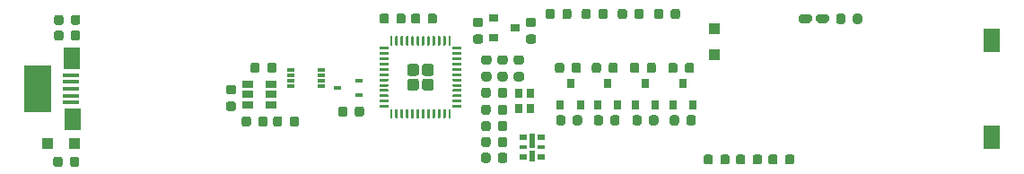
<source format=gtp>
G04 #@! TF.GenerationSoftware,KiCad,Pcbnew,(5.1.6-0-10_14)*
G04 #@! TF.CreationDate,2020-07-04T12:52:55-07:00*
G04 #@! TF.ProjectId,18650,31383635-302e-46b6-9963-61645f706362,rev?*
G04 #@! TF.SameCoordinates,Original*
G04 #@! TF.FileFunction,Paste,Top*
G04 #@! TF.FilePolarity,Positive*
%FSLAX46Y46*%
G04 Gerber Fmt 4.6, Leading zero omitted, Abs format (unit mm)*
G04 Created by KiCad (PCBNEW (5.1.6-0-10_14)) date 2020-07-04 12:52:55*
%MOMM*%
%LPD*%
G01*
G04 APERTURE LIST*
%ADD10R,0.500000X1.480000*%
%ADD11R,0.500000X1.000000*%
%ADD12R,0.800000X0.500000*%
%ADD13R,0.800000X0.300000*%
%ADD14R,0.750000X0.300000*%
%ADD15R,1.000000X1.000000*%
%ADD16R,0.800000X0.900000*%
%ADD17R,1.060000X0.650000*%
%ADD18R,0.700000X0.450000*%
%ADD19R,0.900000X0.800000*%
%ADD20R,2.500000X4.400000*%
%ADD21R,1.650000X0.400000*%
%ADD22R,1.500000X2.000000*%
%ADD23R,1.600000X2.180000*%
G04 APERTURE END LIST*
G36*
G01*
X98605000Y-101957500D02*
X98605000Y-102707500D01*
G75*
G02*
X98542500Y-102770000I-62500J0D01*
G01*
X98417500Y-102770000D01*
G75*
G02*
X98355000Y-102707500I0J62500D01*
G01*
X98355000Y-101957500D01*
G75*
G02*
X98417500Y-101895000I62500J0D01*
G01*
X98542500Y-101895000D01*
G75*
G02*
X98605000Y-101957500I0J-62500D01*
G01*
G37*
G36*
G01*
X98105000Y-101957500D02*
X98105000Y-102707500D01*
G75*
G02*
X98042500Y-102770000I-62500J0D01*
G01*
X97917500Y-102770000D01*
G75*
G02*
X97855000Y-102707500I0J62500D01*
G01*
X97855000Y-101957500D01*
G75*
G02*
X97917500Y-101895000I62500J0D01*
G01*
X98042500Y-101895000D01*
G75*
G02*
X98105000Y-101957500I0J-62500D01*
G01*
G37*
G36*
G01*
X97605000Y-101957500D02*
X97605000Y-102707500D01*
G75*
G02*
X97542500Y-102770000I-62500J0D01*
G01*
X97417500Y-102770000D01*
G75*
G02*
X97355000Y-102707500I0J62500D01*
G01*
X97355000Y-101957500D01*
G75*
G02*
X97417500Y-101895000I62500J0D01*
G01*
X97542500Y-101895000D01*
G75*
G02*
X97605000Y-101957500I0J-62500D01*
G01*
G37*
G36*
G01*
X97105000Y-101957500D02*
X97105000Y-102707500D01*
G75*
G02*
X97042500Y-102770000I-62500J0D01*
G01*
X96917500Y-102770000D01*
G75*
G02*
X96855000Y-102707500I0J62500D01*
G01*
X96855000Y-101957500D01*
G75*
G02*
X96917500Y-101895000I62500J0D01*
G01*
X97042500Y-101895000D01*
G75*
G02*
X97105000Y-101957500I0J-62500D01*
G01*
G37*
G36*
G01*
X96605000Y-101957500D02*
X96605000Y-102707500D01*
G75*
G02*
X96542500Y-102770000I-62500J0D01*
G01*
X96417500Y-102770000D01*
G75*
G02*
X96355000Y-102707500I0J62500D01*
G01*
X96355000Y-101957500D01*
G75*
G02*
X96417500Y-101895000I62500J0D01*
G01*
X96542500Y-101895000D01*
G75*
G02*
X96605000Y-101957500I0J-62500D01*
G01*
G37*
G36*
G01*
X96105000Y-101957500D02*
X96105000Y-102707500D01*
G75*
G02*
X96042500Y-102770000I-62500J0D01*
G01*
X95917500Y-102770000D01*
G75*
G02*
X95855000Y-102707500I0J62500D01*
G01*
X95855000Y-101957500D01*
G75*
G02*
X95917500Y-101895000I62500J0D01*
G01*
X96042500Y-101895000D01*
G75*
G02*
X96105000Y-101957500I0J-62500D01*
G01*
G37*
G36*
G01*
X95605000Y-101957500D02*
X95605000Y-102707500D01*
G75*
G02*
X95542500Y-102770000I-62500J0D01*
G01*
X95417500Y-102770000D01*
G75*
G02*
X95355000Y-102707500I0J62500D01*
G01*
X95355000Y-101957500D01*
G75*
G02*
X95417500Y-101895000I62500J0D01*
G01*
X95542500Y-101895000D01*
G75*
G02*
X95605000Y-101957500I0J-62500D01*
G01*
G37*
G36*
G01*
X95105000Y-101957500D02*
X95105000Y-102707500D01*
G75*
G02*
X95042500Y-102770000I-62500J0D01*
G01*
X94917500Y-102770000D01*
G75*
G02*
X94855000Y-102707500I0J62500D01*
G01*
X94855000Y-101957500D01*
G75*
G02*
X94917500Y-101895000I62500J0D01*
G01*
X95042500Y-101895000D01*
G75*
G02*
X95105000Y-101957500I0J-62500D01*
G01*
G37*
G36*
G01*
X94605000Y-101957500D02*
X94605000Y-102707500D01*
G75*
G02*
X94542500Y-102770000I-62500J0D01*
G01*
X94417500Y-102770000D01*
G75*
G02*
X94355000Y-102707500I0J62500D01*
G01*
X94355000Y-101957500D01*
G75*
G02*
X94417500Y-101895000I62500J0D01*
G01*
X94542500Y-101895000D01*
G75*
G02*
X94605000Y-101957500I0J-62500D01*
G01*
G37*
G36*
G01*
X94105000Y-101957500D02*
X94105000Y-102707500D01*
G75*
G02*
X94042500Y-102770000I-62500J0D01*
G01*
X93917500Y-102770000D01*
G75*
G02*
X93855000Y-102707500I0J62500D01*
G01*
X93855000Y-101957500D01*
G75*
G02*
X93917500Y-101895000I62500J0D01*
G01*
X94042500Y-101895000D01*
G75*
G02*
X94105000Y-101957500I0J-62500D01*
G01*
G37*
G36*
G01*
X93605000Y-101957500D02*
X93605000Y-102707500D01*
G75*
G02*
X93542500Y-102770000I-62500J0D01*
G01*
X93417500Y-102770000D01*
G75*
G02*
X93355000Y-102707500I0J62500D01*
G01*
X93355000Y-101957500D01*
G75*
G02*
X93417500Y-101895000I62500J0D01*
G01*
X93542500Y-101895000D01*
G75*
G02*
X93605000Y-101957500I0J-62500D01*
G01*
G37*
G36*
G01*
X93105000Y-101957500D02*
X93105000Y-102707500D01*
G75*
G02*
X93042500Y-102770000I-62500J0D01*
G01*
X92917500Y-102770000D01*
G75*
G02*
X92855000Y-102707500I0J62500D01*
G01*
X92855000Y-101957500D01*
G75*
G02*
X92917500Y-101895000I62500J0D01*
G01*
X93042500Y-101895000D01*
G75*
G02*
X93105000Y-101957500I0J-62500D01*
G01*
G37*
G36*
G01*
X92730000Y-101582500D02*
X92730000Y-101707500D01*
G75*
G02*
X92667500Y-101770000I-62500J0D01*
G01*
X91917500Y-101770000D01*
G75*
G02*
X91855000Y-101707500I0J62500D01*
G01*
X91855000Y-101582500D01*
G75*
G02*
X91917500Y-101520000I62500J0D01*
G01*
X92667500Y-101520000D01*
G75*
G02*
X92730000Y-101582500I0J-62500D01*
G01*
G37*
G36*
G01*
X92730000Y-101082500D02*
X92730000Y-101207500D01*
G75*
G02*
X92667500Y-101270000I-62500J0D01*
G01*
X91917500Y-101270000D01*
G75*
G02*
X91855000Y-101207500I0J62500D01*
G01*
X91855000Y-101082500D01*
G75*
G02*
X91917500Y-101020000I62500J0D01*
G01*
X92667500Y-101020000D01*
G75*
G02*
X92730000Y-101082500I0J-62500D01*
G01*
G37*
G36*
G01*
X92730000Y-100582500D02*
X92730000Y-100707500D01*
G75*
G02*
X92667500Y-100770000I-62500J0D01*
G01*
X91917500Y-100770000D01*
G75*
G02*
X91855000Y-100707500I0J62500D01*
G01*
X91855000Y-100582500D01*
G75*
G02*
X91917500Y-100520000I62500J0D01*
G01*
X92667500Y-100520000D01*
G75*
G02*
X92730000Y-100582500I0J-62500D01*
G01*
G37*
G36*
G01*
X92730000Y-100082500D02*
X92730000Y-100207500D01*
G75*
G02*
X92667500Y-100270000I-62500J0D01*
G01*
X91917500Y-100270000D01*
G75*
G02*
X91855000Y-100207500I0J62500D01*
G01*
X91855000Y-100082500D01*
G75*
G02*
X91917500Y-100020000I62500J0D01*
G01*
X92667500Y-100020000D01*
G75*
G02*
X92730000Y-100082500I0J-62500D01*
G01*
G37*
G36*
G01*
X92730000Y-99582500D02*
X92730000Y-99707500D01*
G75*
G02*
X92667500Y-99770000I-62500J0D01*
G01*
X91917500Y-99770000D01*
G75*
G02*
X91855000Y-99707500I0J62500D01*
G01*
X91855000Y-99582500D01*
G75*
G02*
X91917500Y-99520000I62500J0D01*
G01*
X92667500Y-99520000D01*
G75*
G02*
X92730000Y-99582500I0J-62500D01*
G01*
G37*
G36*
G01*
X92730000Y-99082500D02*
X92730000Y-99207500D01*
G75*
G02*
X92667500Y-99270000I-62500J0D01*
G01*
X91917500Y-99270000D01*
G75*
G02*
X91855000Y-99207500I0J62500D01*
G01*
X91855000Y-99082500D01*
G75*
G02*
X91917500Y-99020000I62500J0D01*
G01*
X92667500Y-99020000D01*
G75*
G02*
X92730000Y-99082500I0J-62500D01*
G01*
G37*
G36*
G01*
X92730000Y-98582500D02*
X92730000Y-98707500D01*
G75*
G02*
X92667500Y-98770000I-62500J0D01*
G01*
X91917500Y-98770000D01*
G75*
G02*
X91855000Y-98707500I0J62500D01*
G01*
X91855000Y-98582500D01*
G75*
G02*
X91917500Y-98520000I62500J0D01*
G01*
X92667500Y-98520000D01*
G75*
G02*
X92730000Y-98582500I0J-62500D01*
G01*
G37*
G36*
G01*
X92730000Y-98082500D02*
X92730000Y-98207500D01*
G75*
G02*
X92667500Y-98270000I-62500J0D01*
G01*
X91917500Y-98270000D01*
G75*
G02*
X91855000Y-98207500I0J62500D01*
G01*
X91855000Y-98082500D01*
G75*
G02*
X91917500Y-98020000I62500J0D01*
G01*
X92667500Y-98020000D01*
G75*
G02*
X92730000Y-98082500I0J-62500D01*
G01*
G37*
G36*
G01*
X92730000Y-97582500D02*
X92730000Y-97707500D01*
G75*
G02*
X92667500Y-97770000I-62500J0D01*
G01*
X91917500Y-97770000D01*
G75*
G02*
X91855000Y-97707500I0J62500D01*
G01*
X91855000Y-97582500D01*
G75*
G02*
X91917500Y-97520000I62500J0D01*
G01*
X92667500Y-97520000D01*
G75*
G02*
X92730000Y-97582500I0J-62500D01*
G01*
G37*
G36*
G01*
X92730000Y-97082500D02*
X92730000Y-97207500D01*
G75*
G02*
X92667500Y-97270000I-62500J0D01*
G01*
X91917500Y-97270000D01*
G75*
G02*
X91855000Y-97207500I0J62500D01*
G01*
X91855000Y-97082500D01*
G75*
G02*
X91917500Y-97020000I62500J0D01*
G01*
X92667500Y-97020000D01*
G75*
G02*
X92730000Y-97082500I0J-62500D01*
G01*
G37*
G36*
G01*
X92730000Y-96582500D02*
X92730000Y-96707500D01*
G75*
G02*
X92667500Y-96770000I-62500J0D01*
G01*
X91917500Y-96770000D01*
G75*
G02*
X91855000Y-96707500I0J62500D01*
G01*
X91855000Y-96582500D01*
G75*
G02*
X91917500Y-96520000I62500J0D01*
G01*
X92667500Y-96520000D01*
G75*
G02*
X92730000Y-96582500I0J-62500D01*
G01*
G37*
G36*
G01*
X92730000Y-96082500D02*
X92730000Y-96207500D01*
G75*
G02*
X92667500Y-96270000I-62500J0D01*
G01*
X91917500Y-96270000D01*
G75*
G02*
X91855000Y-96207500I0J62500D01*
G01*
X91855000Y-96082500D01*
G75*
G02*
X91917500Y-96020000I62500J0D01*
G01*
X92667500Y-96020000D01*
G75*
G02*
X92730000Y-96082500I0J-62500D01*
G01*
G37*
G36*
G01*
X93105000Y-95082500D02*
X93105000Y-95832500D01*
G75*
G02*
X93042500Y-95895000I-62500J0D01*
G01*
X92917500Y-95895000D01*
G75*
G02*
X92855000Y-95832500I0J62500D01*
G01*
X92855000Y-95082500D01*
G75*
G02*
X92917500Y-95020000I62500J0D01*
G01*
X93042500Y-95020000D01*
G75*
G02*
X93105000Y-95082500I0J-62500D01*
G01*
G37*
G36*
G01*
X93605000Y-95082500D02*
X93605000Y-95832500D01*
G75*
G02*
X93542500Y-95895000I-62500J0D01*
G01*
X93417500Y-95895000D01*
G75*
G02*
X93355000Y-95832500I0J62500D01*
G01*
X93355000Y-95082500D01*
G75*
G02*
X93417500Y-95020000I62500J0D01*
G01*
X93542500Y-95020000D01*
G75*
G02*
X93605000Y-95082500I0J-62500D01*
G01*
G37*
G36*
G01*
X94105000Y-95082500D02*
X94105000Y-95832500D01*
G75*
G02*
X94042500Y-95895000I-62500J0D01*
G01*
X93917500Y-95895000D01*
G75*
G02*
X93855000Y-95832500I0J62500D01*
G01*
X93855000Y-95082500D01*
G75*
G02*
X93917500Y-95020000I62500J0D01*
G01*
X94042500Y-95020000D01*
G75*
G02*
X94105000Y-95082500I0J-62500D01*
G01*
G37*
G36*
G01*
X94605000Y-95082500D02*
X94605000Y-95832500D01*
G75*
G02*
X94542500Y-95895000I-62500J0D01*
G01*
X94417500Y-95895000D01*
G75*
G02*
X94355000Y-95832500I0J62500D01*
G01*
X94355000Y-95082500D01*
G75*
G02*
X94417500Y-95020000I62500J0D01*
G01*
X94542500Y-95020000D01*
G75*
G02*
X94605000Y-95082500I0J-62500D01*
G01*
G37*
G36*
G01*
X95105000Y-95082500D02*
X95105000Y-95832500D01*
G75*
G02*
X95042500Y-95895000I-62500J0D01*
G01*
X94917500Y-95895000D01*
G75*
G02*
X94855000Y-95832500I0J62500D01*
G01*
X94855000Y-95082500D01*
G75*
G02*
X94917500Y-95020000I62500J0D01*
G01*
X95042500Y-95020000D01*
G75*
G02*
X95105000Y-95082500I0J-62500D01*
G01*
G37*
G36*
G01*
X95605000Y-95082500D02*
X95605000Y-95832500D01*
G75*
G02*
X95542500Y-95895000I-62500J0D01*
G01*
X95417500Y-95895000D01*
G75*
G02*
X95355000Y-95832500I0J62500D01*
G01*
X95355000Y-95082500D01*
G75*
G02*
X95417500Y-95020000I62500J0D01*
G01*
X95542500Y-95020000D01*
G75*
G02*
X95605000Y-95082500I0J-62500D01*
G01*
G37*
G36*
G01*
X96105000Y-95082500D02*
X96105000Y-95832500D01*
G75*
G02*
X96042500Y-95895000I-62500J0D01*
G01*
X95917500Y-95895000D01*
G75*
G02*
X95855000Y-95832500I0J62500D01*
G01*
X95855000Y-95082500D01*
G75*
G02*
X95917500Y-95020000I62500J0D01*
G01*
X96042500Y-95020000D01*
G75*
G02*
X96105000Y-95082500I0J-62500D01*
G01*
G37*
G36*
G01*
X96605000Y-95082500D02*
X96605000Y-95832500D01*
G75*
G02*
X96542500Y-95895000I-62500J0D01*
G01*
X96417500Y-95895000D01*
G75*
G02*
X96355000Y-95832500I0J62500D01*
G01*
X96355000Y-95082500D01*
G75*
G02*
X96417500Y-95020000I62500J0D01*
G01*
X96542500Y-95020000D01*
G75*
G02*
X96605000Y-95082500I0J-62500D01*
G01*
G37*
G36*
G01*
X97105000Y-95082500D02*
X97105000Y-95832500D01*
G75*
G02*
X97042500Y-95895000I-62500J0D01*
G01*
X96917500Y-95895000D01*
G75*
G02*
X96855000Y-95832500I0J62500D01*
G01*
X96855000Y-95082500D01*
G75*
G02*
X96917500Y-95020000I62500J0D01*
G01*
X97042500Y-95020000D01*
G75*
G02*
X97105000Y-95082500I0J-62500D01*
G01*
G37*
G36*
G01*
X97605000Y-95082500D02*
X97605000Y-95832500D01*
G75*
G02*
X97542500Y-95895000I-62500J0D01*
G01*
X97417500Y-95895000D01*
G75*
G02*
X97355000Y-95832500I0J62500D01*
G01*
X97355000Y-95082500D01*
G75*
G02*
X97417500Y-95020000I62500J0D01*
G01*
X97542500Y-95020000D01*
G75*
G02*
X97605000Y-95082500I0J-62500D01*
G01*
G37*
G36*
G01*
X98105000Y-95082500D02*
X98105000Y-95832500D01*
G75*
G02*
X98042500Y-95895000I-62500J0D01*
G01*
X97917500Y-95895000D01*
G75*
G02*
X97855000Y-95832500I0J62500D01*
G01*
X97855000Y-95082500D01*
G75*
G02*
X97917500Y-95020000I62500J0D01*
G01*
X98042500Y-95020000D01*
G75*
G02*
X98105000Y-95082500I0J-62500D01*
G01*
G37*
G36*
G01*
X98605000Y-95082500D02*
X98605000Y-95832500D01*
G75*
G02*
X98542500Y-95895000I-62500J0D01*
G01*
X98417500Y-95895000D01*
G75*
G02*
X98355000Y-95832500I0J62500D01*
G01*
X98355000Y-95082500D01*
G75*
G02*
X98417500Y-95020000I62500J0D01*
G01*
X98542500Y-95020000D01*
G75*
G02*
X98605000Y-95082500I0J-62500D01*
G01*
G37*
G36*
G01*
X99605000Y-96082500D02*
X99605000Y-96207500D01*
G75*
G02*
X99542500Y-96270000I-62500J0D01*
G01*
X98792500Y-96270000D01*
G75*
G02*
X98730000Y-96207500I0J62500D01*
G01*
X98730000Y-96082500D01*
G75*
G02*
X98792500Y-96020000I62500J0D01*
G01*
X99542500Y-96020000D01*
G75*
G02*
X99605000Y-96082500I0J-62500D01*
G01*
G37*
G36*
G01*
X99605000Y-96582500D02*
X99605000Y-96707500D01*
G75*
G02*
X99542500Y-96770000I-62500J0D01*
G01*
X98792500Y-96770000D01*
G75*
G02*
X98730000Y-96707500I0J62500D01*
G01*
X98730000Y-96582500D01*
G75*
G02*
X98792500Y-96520000I62500J0D01*
G01*
X99542500Y-96520000D01*
G75*
G02*
X99605000Y-96582500I0J-62500D01*
G01*
G37*
G36*
G01*
X99605000Y-97082500D02*
X99605000Y-97207500D01*
G75*
G02*
X99542500Y-97270000I-62500J0D01*
G01*
X98792500Y-97270000D01*
G75*
G02*
X98730000Y-97207500I0J62500D01*
G01*
X98730000Y-97082500D01*
G75*
G02*
X98792500Y-97020000I62500J0D01*
G01*
X99542500Y-97020000D01*
G75*
G02*
X99605000Y-97082500I0J-62500D01*
G01*
G37*
G36*
G01*
X99605000Y-97582500D02*
X99605000Y-97707500D01*
G75*
G02*
X99542500Y-97770000I-62500J0D01*
G01*
X98792500Y-97770000D01*
G75*
G02*
X98730000Y-97707500I0J62500D01*
G01*
X98730000Y-97582500D01*
G75*
G02*
X98792500Y-97520000I62500J0D01*
G01*
X99542500Y-97520000D01*
G75*
G02*
X99605000Y-97582500I0J-62500D01*
G01*
G37*
G36*
G01*
X99605000Y-98082500D02*
X99605000Y-98207500D01*
G75*
G02*
X99542500Y-98270000I-62500J0D01*
G01*
X98792500Y-98270000D01*
G75*
G02*
X98730000Y-98207500I0J62500D01*
G01*
X98730000Y-98082500D01*
G75*
G02*
X98792500Y-98020000I62500J0D01*
G01*
X99542500Y-98020000D01*
G75*
G02*
X99605000Y-98082500I0J-62500D01*
G01*
G37*
G36*
G01*
X99605000Y-98582500D02*
X99605000Y-98707500D01*
G75*
G02*
X99542500Y-98770000I-62500J0D01*
G01*
X98792500Y-98770000D01*
G75*
G02*
X98730000Y-98707500I0J62500D01*
G01*
X98730000Y-98582500D01*
G75*
G02*
X98792500Y-98520000I62500J0D01*
G01*
X99542500Y-98520000D01*
G75*
G02*
X99605000Y-98582500I0J-62500D01*
G01*
G37*
G36*
G01*
X99605000Y-99082500D02*
X99605000Y-99207500D01*
G75*
G02*
X99542500Y-99270000I-62500J0D01*
G01*
X98792500Y-99270000D01*
G75*
G02*
X98730000Y-99207500I0J62500D01*
G01*
X98730000Y-99082500D01*
G75*
G02*
X98792500Y-99020000I62500J0D01*
G01*
X99542500Y-99020000D01*
G75*
G02*
X99605000Y-99082500I0J-62500D01*
G01*
G37*
G36*
G01*
X99605000Y-99582500D02*
X99605000Y-99707500D01*
G75*
G02*
X99542500Y-99770000I-62500J0D01*
G01*
X98792500Y-99770000D01*
G75*
G02*
X98730000Y-99707500I0J62500D01*
G01*
X98730000Y-99582500D01*
G75*
G02*
X98792500Y-99520000I62500J0D01*
G01*
X99542500Y-99520000D01*
G75*
G02*
X99605000Y-99582500I0J-62500D01*
G01*
G37*
G36*
G01*
X99605000Y-100082500D02*
X99605000Y-100207500D01*
G75*
G02*
X99542500Y-100270000I-62500J0D01*
G01*
X98792500Y-100270000D01*
G75*
G02*
X98730000Y-100207500I0J62500D01*
G01*
X98730000Y-100082500D01*
G75*
G02*
X98792500Y-100020000I62500J0D01*
G01*
X99542500Y-100020000D01*
G75*
G02*
X99605000Y-100082500I0J-62500D01*
G01*
G37*
G36*
G01*
X99605000Y-100582500D02*
X99605000Y-100707500D01*
G75*
G02*
X99542500Y-100770000I-62500J0D01*
G01*
X98792500Y-100770000D01*
G75*
G02*
X98730000Y-100707500I0J62500D01*
G01*
X98730000Y-100582500D01*
G75*
G02*
X98792500Y-100520000I62500J0D01*
G01*
X99542500Y-100520000D01*
G75*
G02*
X99605000Y-100582500I0J-62500D01*
G01*
G37*
G36*
G01*
X99605000Y-101082500D02*
X99605000Y-101207500D01*
G75*
G02*
X99542500Y-101270000I-62500J0D01*
G01*
X98792500Y-101270000D01*
G75*
G02*
X98730000Y-101207500I0J62500D01*
G01*
X98730000Y-101082500D01*
G75*
G02*
X98792500Y-101020000I62500J0D01*
G01*
X99542500Y-101020000D01*
G75*
G02*
X99605000Y-101082500I0J-62500D01*
G01*
G37*
G36*
G01*
X99605000Y-101582500D02*
X99605000Y-101707500D01*
G75*
G02*
X99542500Y-101770000I-62500J0D01*
G01*
X98792500Y-101770000D01*
G75*
G02*
X98730000Y-101707500I0J62500D01*
G01*
X98730000Y-101582500D01*
G75*
G02*
X98792500Y-101520000I62500J0D01*
G01*
X99542500Y-101520000D01*
G75*
G02*
X99605000Y-101582500I0J-62500D01*
G01*
G37*
G36*
G01*
X95595000Y-97880000D02*
X95595000Y-98510000D01*
G75*
G02*
X95345000Y-98760000I-250000J0D01*
G01*
X94715000Y-98760000D01*
G75*
G02*
X94465000Y-98510000I0J250000D01*
G01*
X94465000Y-97880000D01*
G75*
G02*
X94715000Y-97630000I250000J0D01*
G01*
X95345000Y-97630000D01*
G75*
G02*
X95595000Y-97880000I0J-250000D01*
G01*
G37*
G36*
G01*
X95595000Y-99280000D02*
X95595000Y-99910000D01*
G75*
G02*
X95345000Y-100160000I-250000J0D01*
G01*
X94715000Y-100160000D01*
G75*
G02*
X94465000Y-99910000I0J250000D01*
G01*
X94465000Y-99280000D01*
G75*
G02*
X94715000Y-99030000I250000J0D01*
G01*
X95345000Y-99030000D01*
G75*
G02*
X95595000Y-99280000I0J-250000D01*
G01*
G37*
G36*
G01*
X96995000Y-97880000D02*
X96995000Y-98510000D01*
G75*
G02*
X96745000Y-98760000I-250000J0D01*
G01*
X96115000Y-98760000D01*
G75*
G02*
X95865000Y-98510000I0J250000D01*
G01*
X95865000Y-97880000D01*
G75*
G02*
X96115000Y-97630000I250000J0D01*
G01*
X96745000Y-97630000D01*
G75*
G02*
X96995000Y-97880000I0J-250000D01*
G01*
G37*
G36*
G01*
X96995000Y-99280000D02*
X96995000Y-99910000D01*
G75*
G02*
X96745000Y-100160000I-250000J0D01*
G01*
X96115000Y-100160000D01*
G75*
G02*
X95865000Y-99910000I0J250000D01*
G01*
X95865000Y-99280000D01*
G75*
G02*
X96115000Y-99030000I250000J0D01*
G01*
X96745000Y-99030000D01*
G75*
G02*
X96995000Y-99280000I0J-250000D01*
G01*
G37*
D10*
X106300000Y-104885000D03*
D11*
X106300000Y-106305000D03*
D12*
X105450000Y-106375000D03*
X105450000Y-104575000D03*
D13*
X105450000Y-105475000D03*
D12*
X107150000Y-104575000D03*
D13*
X107150000Y-105475000D03*
D12*
X107150000Y-106375000D03*
D14*
X86400000Y-98225000D03*
X86400000Y-98725000D03*
X86400000Y-99225000D03*
X86400000Y-99725000D03*
X83500000Y-99725000D03*
X83500000Y-99225000D03*
X83500000Y-98725000D03*
X83500000Y-98225000D03*
D15*
X123425000Y-94300000D03*
X123425000Y-96800000D03*
D16*
X104990000Y-101845000D03*
X104990000Y-100445000D03*
X106090000Y-100445000D03*
X106090000Y-101845000D03*
G36*
G01*
X80430000Y-103321250D02*
X80430000Y-102808750D01*
G75*
G02*
X80648750Y-102590000I218750J0D01*
G01*
X81086250Y-102590000D01*
G75*
G02*
X81305000Y-102808750I0J-218750D01*
G01*
X81305000Y-103321250D01*
G75*
G02*
X81086250Y-103540000I-218750J0D01*
G01*
X80648750Y-103540000D01*
G75*
G02*
X80430000Y-103321250I0J218750D01*
G01*
G37*
G36*
G01*
X78855000Y-103321250D02*
X78855000Y-102808750D01*
G75*
G02*
X79073750Y-102590000I218750J0D01*
G01*
X79511250Y-102590000D01*
G75*
G02*
X79730000Y-102808750I0J-218750D01*
G01*
X79730000Y-103321250D01*
G75*
G02*
X79511250Y-103540000I-218750J0D01*
G01*
X79073750Y-103540000D01*
G75*
G02*
X78855000Y-103321250I0J218750D01*
G01*
G37*
G36*
G01*
X88830000Y-101878750D02*
X88830000Y-102391250D01*
G75*
G02*
X88611250Y-102610000I-218750J0D01*
G01*
X88173750Y-102610000D01*
G75*
G02*
X87955000Y-102391250I0J218750D01*
G01*
X87955000Y-101878750D01*
G75*
G02*
X88173750Y-101660000I218750J0D01*
G01*
X88611250Y-101660000D01*
G75*
G02*
X88830000Y-101878750I0J-218750D01*
G01*
G37*
G36*
G01*
X90405000Y-101878750D02*
X90405000Y-102391250D01*
G75*
G02*
X90186250Y-102610000I-218750J0D01*
G01*
X89748750Y-102610000D01*
G75*
G02*
X89530000Y-102391250I0J218750D01*
G01*
X89530000Y-101878750D01*
G75*
G02*
X89748750Y-101660000I218750J0D01*
G01*
X90186250Y-101660000D01*
G75*
G02*
X90405000Y-101878750I0J-218750D01*
G01*
G37*
G36*
G01*
X103040000Y-106751250D02*
X103040000Y-106238750D01*
G75*
G02*
X103258750Y-106020000I218750J0D01*
G01*
X103696250Y-106020000D01*
G75*
G02*
X103915000Y-106238750I0J-218750D01*
G01*
X103915000Y-106751250D01*
G75*
G02*
X103696250Y-106970000I-218750J0D01*
G01*
X103258750Y-106970000D01*
G75*
G02*
X103040000Y-106751250I0J218750D01*
G01*
G37*
G36*
G01*
X101465000Y-106751250D02*
X101465000Y-106238750D01*
G75*
G02*
X101683750Y-106020000I218750J0D01*
G01*
X102121250Y-106020000D01*
G75*
G02*
X102340000Y-106238750I0J-218750D01*
G01*
X102340000Y-106751250D01*
G75*
G02*
X102121250Y-106970000I-218750J0D01*
G01*
X101683750Y-106970000D01*
G75*
G02*
X101465000Y-106751250I0J218750D01*
G01*
G37*
G36*
G01*
X94835000Y-93611250D02*
X94835000Y-93098750D01*
G75*
G02*
X95053750Y-92880000I218750J0D01*
G01*
X95491250Y-92880000D01*
G75*
G02*
X95710000Y-93098750I0J-218750D01*
G01*
X95710000Y-93611250D01*
G75*
G02*
X95491250Y-93830000I-218750J0D01*
G01*
X95053750Y-93830000D01*
G75*
G02*
X94835000Y-93611250I0J218750D01*
G01*
G37*
G36*
G01*
X96410000Y-93611250D02*
X96410000Y-93098750D01*
G75*
G02*
X96628750Y-92880000I218750J0D01*
G01*
X97066250Y-92880000D01*
G75*
G02*
X97285000Y-93098750I0J-218750D01*
G01*
X97285000Y-93611250D01*
G75*
G02*
X97066250Y-93830000I-218750J0D01*
G01*
X96628750Y-93830000D01*
G75*
G02*
X96410000Y-93611250I0J218750D01*
G01*
G37*
D17*
X79405000Y-100525000D03*
X79405000Y-101475000D03*
X79405000Y-99575000D03*
X81605000Y-99575000D03*
X81605000Y-100525000D03*
X81605000Y-101475000D03*
G36*
G01*
X62750000Y-95206250D02*
X62750000Y-94693750D01*
G75*
G02*
X62968750Y-94475000I218750J0D01*
G01*
X63406250Y-94475000D01*
G75*
G02*
X63625000Y-94693750I0J-218750D01*
G01*
X63625000Y-95206250D01*
G75*
G02*
X63406250Y-95425000I-218750J0D01*
G01*
X62968750Y-95425000D01*
G75*
G02*
X62750000Y-95206250I0J218750D01*
G01*
G37*
G36*
G01*
X61175000Y-95206250D02*
X61175000Y-94693750D01*
G75*
G02*
X61393750Y-94475000I218750J0D01*
G01*
X61831250Y-94475000D01*
G75*
G02*
X62050000Y-94693750I0J-218750D01*
G01*
X62050000Y-95206250D01*
G75*
G02*
X61831250Y-95425000I-218750J0D01*
G01*
X61393750Y-95425000D01*
G75*
G02*
X61175000Y-95206250I0J218750D01*
G01*
G37*
G36*
G01*
X82690000Y-102808750D02*
X82690000Y-103321250D01*
G75*
G02*
X82471250Y-103540000I-218750J0D01*
G01*
X82033750Y-103540000D01*
G75*
G02*
X81815000Y-103321250I0J218750D01*
G01*
X81815000Y-102808750D01*
G75*
G02*
X82033750Y-102590000I218750J0D01*
G01*
X82471250Y-102590000D01*
G75*
G02*
X82690000Y-102808750I0J-218750D01*
G01*
G37*
G36*
G01*
X84265000Y-102808750D02*
X84265000Y-103321250D01*
G75*
G02*
X84046250Y-103540000I-218750J0D01*
G01*
X83608750Y-103540000D01*
G75*
G02*
X83390000Y-103321250I0J218750D01*
G01*
X83390000Y-102808750D01*
G75*
G02*
X83608750Y-102590000I218750J0D01*
G01*
X84046250Y-102590000D01*
G75*
G02*
X84265000Y-102808750I0J-218750D01*
G01*
G37*
G36*
G01*
X62050000Y-93218750D02*
X62050000Y-93731250D01*
G75*
G02*
X61831250Y-93950000I-218750J0D01*
G01*
X61393750Y-93950000D01*
G75*
G02*
X61175000Y-93731250I0J218750D01*
G01*
X61175000Y-93218750D01*
G75*
G02*
X61393750Y-93000000I218750J0D01*
G01*
X61831250Y-93000000D01*
G75*
G02*
X62050000Y-93218750I0J-218750D01*
G01*
G37*
G36*
G01*
X63625000Y-93218750D02*
X63625000Y-93731250D01*
G75*
G02*
X63406250Y-93950000I-218750J0D01*
G01*
X62968750Y-93950000D01*
G75*
G02*
X62750000Y-93731250I0J218750D01*
G01*
X62750000Y-93218750D01*
G75*
G02*
X62968750Y-93000000I218750J0D01*
G01*
X63406250Y-93000000D01*
G75*
G02*
X63625000Y-93218750I0J-218750D01*
G01*
G37*
G36*
G01*
X80570000Y-97738750D02*
X80570000Y-98251250D01*
G75*
G02*
X80351250Y-98470000I-218750J0D01*
G01*
X79913750Y-98470000D01*
G75*
G02*
X79695000Y-98251250I0J218750D01*
G01*
X79695000Y-97738750D01*
G75*
G02*
X79913750Y-97520000I218750J0D01*
G01*
X80351250Y-97520000D01*
G75*
G02*
X80570000Y-97738750I0J-218750D01*
G01*
G37*
G36*
G01*
X82145000Y-97738750D02*
X82145000Y-98251250D01*
G75*
G02*
X81926250Y-98470000I-218750J0D01*
G01*
X81488750Y-98470000D01*
G75*
G02*
X81270000Y-98251250I0J218750D01*
G01*
X81270000Y-97738750D01*
G75*
G02*
X81488750Y-97520000I218750J0D01*
G01*
X81926250Y-97520000D01*
G75*
G02*
X82145000Y-97738750I0J-218750D01*
G01*
G37*
G36*
G01*
X78116250Y-102075000D02*
X77603750Y-102075000D01*
G75*
G02*
X77385000Y-101856250I0J218750D01*
G01*
X77385000Y-101418750D01*
G75*
G02*
X77603750Y-101200000I218750J0D01*
G01*
X78116250Y-101200000D01*
G75*
G02*
X78335000Y-101418750I0J-218750D01*
G01*
X78335000Y-101856250D01*
G75*
G02*
X78116250Y-102075000I-218750J0D01*
G01*
G37*
G36*
G01*
X78116250Y-100500000D02*
X77603750Y-100500000D01*
G75*
G02*
X77385000Y-100281250I0J218750D01*
G01*
X77385000Y-99843750D01*
G75*
G02*
X77603750Y-99625000I218750J0D01*
G01*
X78116250Y-99625000D01*
G75*
G02*
X78335000Y-99843750I0J-218750D01*
G01*
X78335000Y-100281250D01*
G75*
G02*
X78116250Y-100500000I-218750J0D01*
G01*
G37*
D18*
X89940000Y-100545000D03*
X89940000Y-99245000D03*
X87940000Y-99895000D03*
G36*
G01*
X61975000Y-106618750D02*
X61975000Y-107131250D01*
G75*
G02*
X61756250Y-107350000I-218750J0D01*
G01*
X61318750Y-107350000D01*
G75*
G02*
X61100000Y-107131250I0J218750D01*
G01*
X61100000Y-106618750D01*
G75*
G02*
X61318750Y-106400000I218750J0D01*
G01*
X61756250Y-106400000D01*
G75*
G02*
X61975000Y-106618750I0J-218750D01*
G01*
G37*
G36*
G01*
X63550000Y-106618750D02*
X63550000Y-107131250D01*
G75*
G02*
X63331250Y-107350000I-218750J0D01*
G01*
X62893750Y-107350000D01*
G75*
G02*
X62675000Y-107131250I0J218750D01*
G01*
X62675000Y-106618750D01*
G75*
G02*
X62893750Y-106400000I218750J0D01*
G01*
X63331250Y-106400000D01*
G75*
G02*
X63550000Y-106618750I0J-218750D01*
G01*
G37*
G36*
G01*
X101416250Y-94155000D02*
X100903750Y-94155000D01*
G75*
G02*
X100685000Y-93936250I0J218750D01*
G01*
X100685000Y-93498750D01*
G75*
G02*
X100903750Y-93280000I218750J0D01*
G01*
X101416250Y-93280000D01*
G75*
G02*
X101635000Y-93498750I0J-218750D01*
G01*
X101635000Y-93936250D01*
G75*
G02*
X101416250Y-94155000I-218750J0D01*
G01*
G37*
G36*
G01*
X101416250Y-95730000D02*
X100903750Y-95730000D01*
G75*
G02*
X100685000Y-95511250I0J218750D01*
G01*
X100685000Y-95073750D01*
G75*
G02*
X100903750Y-94855000I218750J0D01*
G01*
X101416250Y-94855000D01*
G75*
G02*
X101635000Y-95073750I0J-218750D01*
G01*
X101635000Y-95511250D01*
G75*
G02*
X101416250Y-95730000I-218750J0D01*
G01*
G37*
G36*
G01*
X105903750Y-94855000D02*
X106416250Y-94855000D01*
G75*
G02*
X106635000Y-95073750I0J-218750D01*
G01*
X106635000Y-95511250D01*
G75*
G02*
X106416250Y-95730000I-218750J0D01*
G01*
X105903750Y-95730000D01*
G75*
G02*
X105685000Y-95511250I0J218750D01*
G01*
X105685000Y-95073750D01*
G75*
G02*
X105903750Y-94855000I218750J0D01*
G01*
G37*
G36*
G01*
X105903750Y-93280000D02*
X106416250Y-93280000D01*
G75*
G02*
X106635000Y-93498750I0J-218750D01*
G01*
X106635000Y-93936250D01*
G75*
G02*
X106416250Y-94155000I-218750J0D01*
G01*
X105903750Y-94155000D01*
G75*
G02*
X105685000Y-93936250I0J218750D01*
G01*
X105685000Y-93498750D01*
G75*
G02*
X105903750Y-93280000I218750J0D01*
G01*
G37*
G36*
G01*
X101465000Y-103761250D02*
X101465000Y-103248750D01*
G75*
G02*
X101683750Y-103030000I218750J0D01*
G01*
X102121250Y-103030000D01*
G75*
G02*
X102340000Y-103248750I0J-218750D01*
G01*
X102340000Y-103761250D01*
G75*
G02*
X102121250Y-103980000I-218750J0D01*
G01*
X101683750Y-103980000D01*
G75*
G02*
X101465000Y-103761250I0J218750D01*
G01*
G37*
G36*
G01*
X103040000Y-103761250D02*
X103040000Y-103248750D01*
G75*
G02*
X103258750Y-103030000I218750J0D01*
G01*
X103696250Y-103030000D01*
G75*
G02*
X103915000Y-103248750I0J-218750D01*
G01*
X103915000Y-103761250D01*
G75*
G02*
X103696250Y-103980000I-218750J0D01*
G01*
X103258750Y-103980000D01*
G75*
G02*
X103040000Y-103761250I0J218750D01*
G01*
G37*
G36*
G01*
X103040000Y-105256250D02*
X103040000Y-104743750D01*
G75*
G02*
X103258750Y-104525000I218750J0D01*
G01*
X103696250Y-104525000D01*
G75*
G02*
X103915000Y-104743750I0J-218750D01*
G01*
X103915000Y-105256250D01*
G75*
G02*
X103696250Y-105475000I-218750J0D01*
G01*
X103258750Y-105475000D01*
G75*
G02*
X103040000Y-105256250I0J218750D01*
G01*
G37*
G36*
G01*
X101465000Y-105256250D02*
X101465000Y-104743750D01*
G75*
G02*
X101683750Y-104525000I218750J0D01*
G01*
X102121250Y-104525000D01*
G75*
G02*
X102340000Y-104743750I0J-218750D01*
G01*
X102340000Y-105256250D01*
G75*
G02*
X102121250Y-105475000I-218750J0D01*
G01*
X101683750Y-105475000D01*
G75*
G02*
X101465000Y-105256250I0J218750D01*
G01*
G37*
D19*
X102670000Y-93285000D03*
X102670000Y-95185000D03*
X104670000Y-94235000D03*
D20*
X59615000Y-100000000D03*
D21*
X62765000Y-101275000D03*
X62765000Y-100625000D03*
X62765000Y-99975000D03*
X62765000Y-99325000D03*
X62765000Y-98675000D03*
D22*
X62885000Y-102875000D03*
X62865000Y-97125000D03*
D23*
X149600000Y-104590000D03*
X149600000Y-95410000D03*
D15*
X63050000Y-105175000D03*
X60550000Y-105175000D03*
G36*
G01*
X107535000Y-93171250D02*
X107535000Y-92658750D01*
G75*
G02*
X107753750Y-92440000I218750J0D01*
G01*
X108191250Y-92440000D01*
G75*
G02*
X108410000Y-92658750I0J-218750D01*
G01*
X108410000Y-93171250D01*
G75*
G02*
X108191250Y-93390000I-218750J0D01*
G01*
X107753750Y-93390000D01*
G75*
G02*
X107535000Y-93171250I0J218750D01*
G01*
G37*
G36*
G01*
X109110000Y-93171250D02*
X109110000Y-92658750D01*
G75*
G02*
X109328750Y-92440000I218750J0D01*
G01*
X109766250Y-92440000D01*
G75*
G02*
X109985000Y-92658750I0J-218750D01*
G01*
X109985000Y-93171250D01*
G75*
G02*
X109766250Y-93390000I-218750J0D01*
G01*
X109328750Y-93390000D01*
G75*
G02*
X109110000Y-93171250I0J218750D01*
G01*
G37*
G36*
G01*
X112510000Y-93171250D02*
X112510000Y-92658750D01*
G75*
G02*
X112728750Y-92440000I218750J0D01*
G01*
X113166250Y-92440000D01*
G75*
G02*
X113385000Y-92658750I0J-218750D01*
G01*
X113385000Y-93171250D01*
G75*
G02*
X113166250Y-93390000I-218750J0D01*
G01*
X112728750Y-93390000D01*
G75*
G02*
X112510000Y-93171250I0J218750D01*
G01*
G37*
G36*
G01*
X110935000Y-93171250D02*
X110935000Y-92658750D01*
G75*
G02*
X111153750Y-92440000I218750J0D01*
G01*
X111591250Y-92440000D01*
G75*
G02*
X111810000Y-92658750I0J-218750D01*
G01*
X111810000Y-93171250D01*
G75*
G02*
X111591250Y-93390000I-218750J0D01*
G01*
X111153750Y-93390000D01*
G75*
G02*
X110935000Y-93171250I0J218750D01*
G01*
G37*
G36*
G01*
X116785000Y-92658750D02*
X116785000Y-93171250D01*
G75*
G02*
X116566250Y-93390000I-218750J0D01*
G01*
X116128750Y-93390000D01*
G75*
G02*
X115910000Y-93171250I0J218750D01*
G01*
X115910000Y-92658750D01*
G75*
G02*
X116128750Y-92440000I218750J0D01*
G01*
X116566250Y-92440000D01*
G75*
G02*
X116785000Y-92658750I0J-218750D01*
G01*
G37*
G36*
G01*
X115210000Y-92658750D02*
X115210000Y-93171250D01*
G75*
G02*
X114991250Y-93390000I-218750J0D01*
G01*
X114553750Y-93390000D01*
G75*
G02*
X114335000Y-93171250I0J218750D01*
G01*
X114335000Y-92658750D01*
G75*
G02*
X114553750Y-92440000I218750J0D01*
G01*
X114991250Y-92440000D01*
G75*
G02*
X115210000Y-92658750I0J-218750D01*
G01*
G37*
G36*
G01*
X120225000Y-92658750D02*
X120225000Y-93171250D01*
G75*
G02*
X120006250Y-93390000I-218750J0D01*
G01*
X119568750Y-93390000D01*
G75*
G02*
X119350000Y-93171250I0J218750D01*
G01*
X119350000Y-92658750D01*
G75*
G02*
X119568750Y-92440000I218750J0D01*
G01*
X120006250Y-92440000D01*
G75*
G02*
X120225000Y-92658750I0J-218750D01*
G01*
G37*
G36*
G01*
X118650000Y-92658750D02*
X118650000Y-93171250D01*
G75*
G02*
X118431250Y-93390000I-218750J0D01*
G01*
X117993750Y-93390000D01*
G75*
G02*
X117775000Y-93171250I0J218750D01*
G01*
X117775000Y-92658750D01*
G75*
G02*
X117993750Y-92440000I218750J0D01*
G01*
X118431250Y-92440000D01*
G75*
G02*
X118650000Y-92658750I0J-218750D01*
G01*
G37*
G36*
G01*
X104753750Y-96820000D02*
X105266250Y-96820000D01*
G75*
G02*
X105485000Y-97038750I0J-218750D01*
G01*
X105485000Y-97476250D01*
G75*
G02*
X105266250Y-97695000I-218750J0D01*
G01*
X104753750Y-97695000D01*
G75*
G02*
X104535000Y-97476250I0J218750D01*
G01*
X104535000Y-97038750D01*
G75*
G02*
X104753750Y-96820000I218750J0D01*
G01*
G37*
G36*
G01*
X104753750Y-98395000D02*
X105266250Y-98395000D01*
G75*
G02*
X105485000Y-98613750I0J-218750D01*
G01*
X105485000Y-99051250D01*
G75*
G02*
X105266250Y-99270000I-218750J0D01*
G01*
X104753750Y-99270000D01*
G75*
G02*
X104535000Y-99051250I0J218750D01*
G01*
X104535000Y-98613750D01*
G75*
G02*
X104753750Y-98395000I218750J0D01*
G01*
G37*
G36*
G01*
X136525000Y-93631250D02*
X136525000Y-93118750D01*
G75*
G02*
X136743750Y-92900000I218750J0D01*
G01*
X137181250Y-92900000D01*
G75*
G02*
X137400000Y-93118750I0J-218750D01*
G01*
X137400000Y-93631250D01*
G75*
G02*
X137181250Y-93850000I-218750J0D01*
G01*
X136743750Y-93850000D01*
G75*
G02*
X136525000Y-93631250I0J218750D01*
G01*
G37*
G36*
G01*
X134950000Y-93631250D02*
X134950000Y-93118750D01*
G75*
G02*
X135168750Y-92900000I218750J0D01*
G01*
X135606250Y-92900000D01*
G75*
G02*
X135825000Y-93118750I0J-218750D01*
G01*
X135825000Y-93631250D01*
G75*
G02*
X135606250Y-93850000I-218750J0D01*
G01*
X135168750Y-93850000D01*
G75*
G02*
X134950000Y-93631250I0J218750D01*
G01*
G37*
G36*
G01*
X130125000Y-106911250D02*
X130125000Y-106398750D01*
G75*
G02*
X130343750Y-106180000I218750J0D01*
G01*
X130781250Y-106180000D01*
G75*
G02*
X131000000Y-106398750I0J-218750D01*
G01*
X131000000Y-106911250D01*
G75*
G02*
X130781250Y-107130000I-218750J0D01*
G01*
X130343750Y-107130000D01*
G75*
G02*
X130125000Y-106911250I0J218750D01*
G01*
G37*
G36*
G01*
X128550000Y-106911250D02*
X128550000Y-106398750D01*
G75*
G02*
X128768750Y-106180000I218750J0D01*
G01*
X129206250Y-106180000D01*
G75*
G02*
X129425000Y-106398750I0J-218750D01*
G01*
X129425000Y-106911250D01*
G75*
G02*
X129206250Y-107130000I-218750J0D01*
G01*
X128768750Y-107130000D01*
G75*
G02*
X128550000Y-106911250I0J218750D01*
G01*
G37*
G36*
G01*
X126375000Y-106398750D02*
X126375000Y-106911250D01*
G75*
G02*
X126156250Y-107130000I-218750J0D01*
G01*
X125718750Y-107130000D01*
G75*
G02*
X125500000Y-106911250I0J218750D01*
G01*
X125500000Y-106398750D01*
G75*
G02*
X125718750Y-106180000I218750J0D01*
G01*
X126156250Y-106180000D01*
G75*
G02*
X126375000Y-106398750I0J-218750D01*
G01*
G37*
G36*
G01*
X127950000Y-106398750D02*
X127950000Y-106911250D01*
G75*
G02*
X127731250Y-107130000I-218750J0D01*
G01*
X127293750Y-107130000D01*
G75*
G02*
X127075000Y-106911250I0J218750D01*
G01*
X127075000Y-106398750D01*
G75*
G02*
X127293750Y-106180000I218750J0D01*
G01*
X127731250Y-106180000D01*
G75*
G02*
X127950000Y-106398750I0J-218750D01*
G01*
G37*
G36*
G01*
X120825000Y-103206250D02*
X120825000Y-102693750D01*
G75*
G02*
X121043750Y-102475000I218750J0D01*
G01*
X121481250Y-102475000D01*
G75*
G02*
X121700000Y-102693750I0J-218750D01*
G01*
X121700000Y-103206250D01*
G75*
G02*
X121481250Y-103425000I-218750J0D01*
G01*
X121043750Y-103425000D01*
G75*
G02*
X120825000Y-103206250I0J218750D01*
G01*
G37*
G36*
G01*
X119250000Y-103206250D02*
X119250000Y-102693750D01*
G75*
G02*
X119468750Y-102475000I218750J0D01*
G01*
X119906250Y-102475000D01*
G75*
G02*
X120125000Y-102693750I0J-218750D01*
G01*
X120125000Y-103206250D01*
G75*
G02*
X119906250Y-103425000I-218750J0D01*
G01*
X119468750Y-103425000D01*
G75*
G02*
X119250000Y-103206250I0J218750D01*
G01*
G37*
G36*
G01*
X117300000Y-103206250D02*
X117300000Y-102693750D01*
G75*
G02*
X117518750Y-102475000I218750J0D01*
G01*
X117956250Y-102475000D01*
G75*
G02*
X118175000Y-102693750I0J-218750D01*
G01*
X118175000Y-103206250D01*
G75*
G02*
X117956250Y-103425000I-218750J0D01*
G01*
X117518750Y-103425000D01*
G75*
G02*
X117300000Y-103206250I0J218750D01*
G01*
G37*
G36*
G01*
X115725000Y-103206250D02*
X115725000Y-102693750D01*
G75*
G02*
X115943750Y-102475000I218750J0D01*
G01*
X116381250Y-102475000D01*
G75*
G02*
X116600000Y-102693750I0J-218750D01*
G01*
X116600000Y-103206250D01*
G75*
G02*
X116381250Y-103425000I-218750J0D01*
G01*
X115943750Y-103425000D01*
G75*
G02*
X115725000Y-103206250I0J218750D01*
G01*
G37*
G36*
G01*
X119975000Y-97743750D02*
X119975000Y-98256250D01*
G75*
G02*
X119756250Y-98475000I-218750J0D01*
G01*
X119318750Y-98475000D01*
G75*
G02*
X119100000Y-98256250I0J218750D01*
G01*
X119100000Y-97743750D01*
G75*
G02*
X119318750Y-97525000I218750J0D01*
G01*
X119756250Y-97525000D01*
G75*
G02*
X119975000Y-97743750I0J-218750D01*
G01*
G37*
G36*
G01*
X121550000Y-97743750D02*
X121550000Y-98256250D01*
G75*
G02*
X121331250Y-98475000I-218750J0D01*
G01*
X120893750Y-98475000D01*
G75*
G02*
X120675000Y-98256250I0J218750D01*
G01*
X120675000Y-97743750D01*
G75*
G02*
X120893750Y-97525000I218750J0D01*
G01*
X121331250Y-97525000D01*
G75*
G02*
X121550000Y-97743750I0J-218750D01*
G01*
G37*
G36*
G01*
X116375000Y-97743750D02*
X116375000Y-98256250D01*
G75*
G02*
X116156250Y-98475000I-218750J0D01*
G01*
X115718750Y-98475000D01*
G75*
G02*
X115500000Y-98256250I0J218750D01*
G01*
X115500000Y-97743750D01*
G75*
G02*
X115718750Y-97525000I218750J0D01*
G01*
X116156250Y-97525000D01*
G75*
G02*
X116375000Y-97743750I0J-218750D01*
G01*
G37*
G36*
G01*
X117950000Y-97743750D02*
X117950000Y-98256250D01*
G75*
G02*
X117731250Y-98475000I-218750J0D01*
G01*
X117293750Y-98475000D01*
G75*
G02*
X117075000Y-98256250I0J218750D01*
G01*
X117075000Y-97743750D01*
G75*
G02*
X117293750Y-97525000I218750J0D01*
G01*
X117731250Y-97525000D01*
G75*
G02*
X117950000Y-97743750I0J-218750D01*
G01*
G37*
G36*
G01*
X113650000Y-103206250D02*
X113650000Y-102693750D01*
G75*
G02*
X113868750Y-102475000I218750J0D01*
G01*
X114306250Y-102475000D01*
G75*
G02*
X114525000Y-102693750I0J-218750D01*
G01*
X114525000Y-103206250D01*
G75*
G02*
X114306250Y-103425000I-218750J0D01*
G01*
X113868750Y-103425000D01*
G75*
G02*
X113650000Y-103206250I0J218750D01*
G01*
G37*
G36*
G01*
X112075000Y-103206250D02*
X112075000Y-102693750D01*
G75*
G02*
X112293750Y-102475000I218750J0D01*
G01*
X112731250Y-102475000D01*
G75*
G02*
X112950000Y-102693750I0J-218750D01*
G01*
X112950000Y-103206250D01*
G75*
G02*
X112731250Y-103425000I-218750J0D01*
G01*
X112293750Y-103425000D01*
G75*
G02*
X112075000Y-103206250I0J218750D01*
G01*
G37*
G36*
G01*
X113475000Y-98256250D02*
X113475000Y-97743750D01*
G75*
G02*
X113693750Y-97525000I218750J0D01*
G01*
X114131250Y-97525000D01*
G75*
G02*
X114350000Y-97743750I0J-218750D01*
G01*
X114350000Y-98256250D01*
G75*
G02*
X114131250Y-98475000I-218750J0D01*
G01*
X113693750Y-98475000D01*
G75*
G02*
X113475000Y-98256250I0J218750D01*
G01*
G37*
G36*
G01*
X111900000Y-98256250D02*
X111900000Y-97743750D01*
G75*
G02*
X112118750Y-97525000I218750J0D01*
G01*
X112556250Y-97525000D01*
G75*
G02*
X112775000Y-97743750I0J-218750D01*
G01*
X112775000Y-98256250D01*
G75*
G02*
X112556250Y-98475000I-218750J0D01*
G01*
X112118750Y-98475000D01*
G75*
G02*
X111900000Y-98256250I0J218750D01*
G01*
G37*
G36*
G01*
X110000000Y-98256250D02*
X110000000Y-97743750D01*
G75*
G02*
X110218750Y-97525000I218750J0D01*
G01*
X110656250Y-97525000D01*
G75*
G02*
X110875000Y-97743750I0J-218750D01*
G01*
X110875000Y-98256250D01*
G75*
G02*
X110656250Y-98475000I-218750J0D01*
G01*
X110218750Y-98475000D01*
G75*
G02*
X110000000Y-98256250I0J218750D01*
G01*
G37*
G36*
G01*
X108425000Y-98256250D02*
X108425000Y-97743750D01*
G75*
G02*
X108643750Y-97525000I218750J0D01*
G01*
X109081250Y-97525000D01*
G75*
G02*
X109300000Y-97743750I0J-218750D01*
G01*
X109300000Y-98256250D01*
G75*
G02*
X109081250Y-98475000I-218750J0D01*
G01*
X108643750Y-98475000D01*
G75*
G02*
X108425000Y-98256250I0J218750D01*
G01*
G37*
G36*
G01*
X110100000Y-103206250D02*
X110100000Y-102693750D01*
G75*
G02*
X110318750Y-102475000I218750J0D01*
G01*
X110756250Y-102475000D01*
G75*
G02*
X110975000Y-102693750I0J-218750D01*
G01*
X110975000Y-103206250D01*
G75*
G02*
X110756250Y-103425000I-218750J0D01*
G01*
X110318750Y-103425000D01*
G75*
G02*
X110100000Y-103206250I0J218750D01*
G01*
G37*
G36*
G01*
X108525000Y-103206250D02*
X108525000Y-102693750D01*
G75*
G02*
X108743750Y-102475000I218750J0D01*
G01*
X109181250Y-102475000D01*
G75*
G02*
X109400000Y-102693750I0J-218750D01*
G01*
X109400000Y-103206250D01*
G75*
G02*
X109181250Y-103425000I-218750J0D01*
G01*
X108743750Y-103425000D01*
G75*
G02*
X108525000Y-103206250I0J218750D01*
G01*
G37*
G36*
G01*
X123325000Y-106398750D02*
X123325000Y-106911250D01*
G75*
G02*
X123106250Y-107130000I-218750J0D01*
G01*
X122668750Y-107130000D01*
G75*
G02*
X122450000Y-106911250I0J218750D01*
G01*
X122450000Y-106398750D01*
G75*
G02*
X122668750Y-106180000I218750J0D01*
G01*
X123106250Y-106180000D01*
G75*
G02*
X123325000Y-106398750I0J-218750D01*
G01*
G37*
G36*
G01*
X124900000Y-106398750D02*
X124900000Y-106911250D01*
G75*
G02*
X124681250Y-107130000I-218750J0D01*
G01*
X124243750Y-107130000D01*
G75*
G02*
X124025000Y-106911250I0J218750D01*
G01*
X124025000Y-106398750D01*
G75*
G02*
X124243750Y-106180000I218750J0D01*
G01*
X124681250Y-106180000D01*
G75*
G02*
X124900000Y-106398750I0J-218750D01*
G01*
G37*
G36*
G01*
X103213750Y-98390000D02*
X103726250Y-98390000D01*
G75*
G02*
X103945000Y-98608750I0J-218750D01*
G01*
X103945000Y-99046250D01*
G75*
G02*
X103726250Y-99265000I-218750J0D01*
G01*
X103213750Y-99265000D01*
G75*
G02*
X102995000Y-99046250I0J218750D01*
G01*
X102995000Y-98608750D01*
G75*
G02*
X103213750Y-98390000I218750J0D01*
G01*
G37*
G36*
G01*
X103213750Y-96815000D02*
X103726250Y-96815000D01*
G75*
G02*
X103945000Y-97033750I0J-218750D01*
G01*
X103945000Y-97471250D01*
G75*
G02*
X103726250Y-97690000I-218750J0D01*
G01*
X103213750Y-97690000D01*
G75*
G02*
X102995000Y-97471250I0J218750D01*
G01*
X102995000Y-97033750D01*
G75*
G02*
X103213750Y-96815000I218750J0D01*
G01*
G37*
G36*
G01*
X101688750Y-98390000D02*
X102201250Y-98390000D01*
G75*
G02*
X102420000Y-98608750I0J-218750D01*
G01*
X102420000Y-99046250D01*
G75*
G02*
X102201250Y-99265000I-218750J0D01*
G01*
X101688750Y-99265000D01*
G75*
G02*
X101470000Y-99046250I0J218750D01*
G01*
X101470000Y-98608750D01*
G75*
G02*
X101688750Y-98390000I218750J0D01*
G01*
G37*
G36*
G01*
X101688750Y-96815000D02*
X102201250Y-96815000D01*
G75*
G02*
X102420000Y-97033750I0J-218750D01*
G01*
X102420000Y-97471250D01*
G75*
G02*
X102201250Y-97690000I-218750J0D01*
G01*
X101688750Y-97690000D01*
G75*
G02*
X101470000Y-97471250I0J218750D01*
G01*
X101470000Y-97033750D01*
G75*
G02*
X101688750Y-96815000I218750J0D01*
G01*
G37*
G36*
G01*
X93450000Y-93611250D02*
X93450000Y-93098750D01*
G75*
G02*
X93668750Y-92880000I218750J0D01*
G01*
X94106250Y-92880000D01*
G75*
G02*
X94325000Y-93098750I0J-218750D01*
G01*
X94325000Y-93611250D01*
G75*
G02*
X94106250Y-93830000I-218750J0D01*
G01*
X93668750Y-93830000D01*
G75*
G02*
X93450000Y-93611250I0J218750D01*
G01*
G37*
G36*
G01*
X91875000Y-93611250D02*
X91875000Y-93098750D01*
G75*
G02*
X92093750Y-92880000I218750J0D01*
G01*
X92531250Y-92880000D01*
G75*
G02*
X92750000Y-93098750I0J-218750D01*
G01*
X92750000Y-93611250D01*
G75*
G02*
X92531250Y-93830000I-218750J0D01*
G01*
X92093750Y-93830000D01*
G75*
G02*
X91875000Y-93611250I0J218750D01*
G01*
G37*
G36*
G01*
X103040000Y-102206250D02*
X103040000Y-101693750D01*
G75*
G02*
X103258750Y-101475000I218750J0D01*
G01*
X103696250Y-101475000D01*
G75*
G02*
X103915000Y-101693750I0J-218750D01*
G01*
X103915000Y-102206250D01*
G75*
G02*
X103696250Y-102425000I-218750J0D01*
G01*
X103258750Y-102425000D01*
G75*
G02*
X103040000Y-102206250I0J218750D01*
G01*
G37*
G36*
G01*
X101465000Y-102206250D02*
X101465000Y-101693750D01*
G75*
G02*
X101683750Y-101475000I218750J0D01*
G01*
X102121250Y-101475000D01*
G75*
G02*
X102340000Y-101693750I0J-218750D01*
G01*
X102340000Y-102206250D01*
G75*
G02*
X102121250Y-102425000I-218750J0D01*
G01*
X101683750Y-102425000D01*
G75*
G02*
X101465000Y-102206250I0J218750D01*
G01*
G37*
G36*
G01*
X101465000Y-100606250D02*
X101465000Y-100093750D01*
G75*
G02*
X101683750Y-99875000I218750J0D01*
G01*
X102121250Y-99875000D01*
G75*
G02*
X102340000Y-100093750I0J-218750D01*
G01*
X102340000Y-100606250D01*
G75*
G02*
X102121250Y-100825000I-218750J0D01*
G01*
X101683750Y-100825000D01*
G75*
G02*
X101465000Y-100606250I0J218750D01*
G01*
G37*
G36*
G01*
X103040000Y-100606250D02*
X103040000Y-100093750D01*
G75*
G02*
X103258750Y-99875000I218750J0D01*
G01*
X103696250Y-99875000D01*
G75*
G02*
X103915000Y-100093750I0J-218750D01*
G01*
X103915000Y-100606250D01*
G75*
G02*
X103696250Y-100825000I-218750J0D01*
G01*
X103258750Y-100825000D01*
G75*
G02*
X103040000Y-100606250I0J218750D01*
G01*
G37*
D16*
X120500000Y-99470000D03*
X121450000Y-101470000D03*
X119550000Y-101470000D03*
X113400000Y-99475000D03*
X114350000Y-101475000D03*
X112450000Y-101475000D03*
X109875000Y-99475000D03*
X110825000Y-101475000D03*
X108925000Y-101475000D03*
G36*
G01*
X133050000Y-93562500D02*
X133050000Y-93137500D01*
G75*
G02*
X133262500Y-92925000I212500J0D01*
G01*
X134062500Y-92925000D01*
G75*
G02*
X134275000Y-93137500I0J-212500D01*
G01*
X134275000Y-93562500D01*
G75*
G02*
X134062500Y-93775000I-212500J0D01*
G01*
X133262500Y-93775000D01*
G75*
G02*
X133050000Y-93562500I0J212500D01*
G01*
G37*
G36*
G01*
X131425000Y-93562500D02*
X131425000Y-93137500D01*
G75*
G02*
X131637500Y-92925000I212500J0D01*
G01*
X132437500Y-92925000D01*
G75*
G02*
X132650000Y-93137500I0J-212500D01*
G01*
X132650000Y-93562500D01*
G75*
G02*
X132437500Y-93775000I-212500J0D01*
G01*
X131637500Y-93775000D01*
G75*
G02*
X131425000Y-93562500I0J212500D01*
G01*
G37*
X116000000Y-101475000D03*
X117900000Y-101475000D03*
X116950000Y-99475000D03*
M02*

</source>
